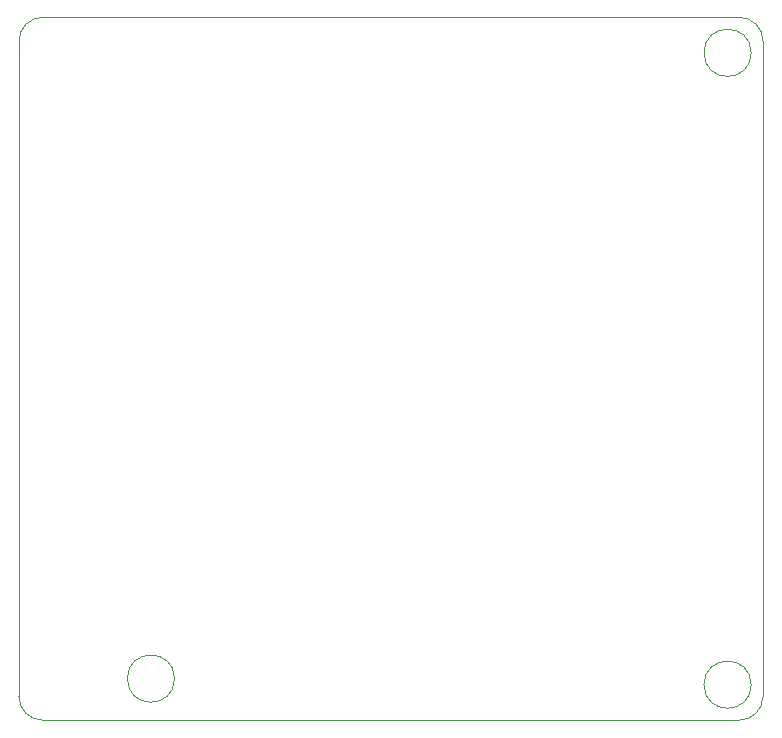
<source format=gbr>
%TF.GenerationSoftware,KiCad,Pcbnew,9.0.0*%
%TF.CreationDate,2025-04-17T10:48:16-04:00*%
%TF.ProjectId,PicoTag,5069636f-5461-4672-9e6b-696361645f70,rev?*%
%TF.SameCoordinates,Original*%
%TF.FileFunction,Profile,NP*%
%FSLAX46Y46*%
G04 Gerber Fmt 4.6, Leading zero omitted, Abs format (unit mm)*
G04 Created by KiCad (PCBNEW 9.0.0) date 2025-04-17 10:48:16*
%MOMM*%
%LPD*%
G01*
G04 APERTURE LIST*
%TA.AperFunction,Profile*%
%ADD10C,0.050000*%
%TD*%
G04 APERTURE END LIST*
D10*
X190000000Y-40500000D02*
X190000000Y-96000000D01*
X127000000Y-40500000D02*
G75*
G02*
X129000000Y-38500000I2000000J0D01*
G01*
X188000000Y-38500000D02*
G75*
G02*
X190000000Y-40500000I0J-2000000D01*
G01*
X140176000Y-94488000D02*
G75*
G02*
X136176000Y-94488000I-2000000J0D01*
G01*
X136176000Y-94488000D02*
G75*
G02*
X140176000Y-94488000I2000000J0D01*
G01*
X188000000Y-98000000D02*
X129000000Y-98000000D01*
X127000000Y-96000000D02*
X127000000Y-40500000D01*
X129000000Y-38500000D02*
X188000000Y-38500000D01*
X190000000Y-96000000D02*
G75*
G02*
X188000000Y-98000000I-2000000J0D01*
G01*
X189000000Y-95000000D02*
G75*
G02*
X185000000Y-95000000I-2000000J0D01*
G01*
X185000000Y-95000000D02*
G75*
G02*
X189000000Y-95000000I2000000J0D01*
G01*
X129000000Y-98000000D02*
G75*
G02*
X127000000Y-96000000I0J2000000D01*
G01*
X189000000Y-41500000D02*
G75*
G02*
X185000000Y-41500000I-2000000J0D01*
G01*
X185000000Y-41500000D02*
G75*
G02*
X189000000Y-41500000I2000000J0D01*
G01*
M02*

</source>
